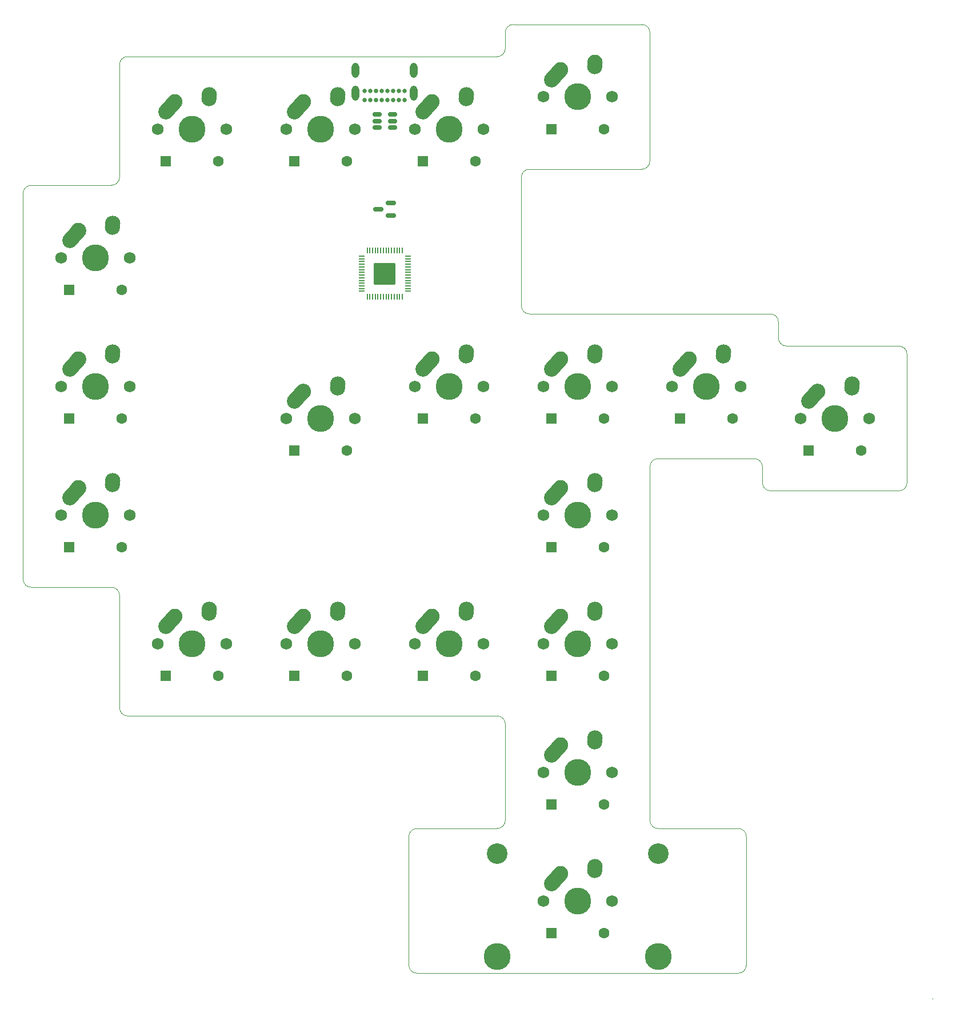
<source format=gbr>
G04 #@! TF.GenerationSoftware,KiCad,Pcbnew,(6.0.1)*
G04 #@! TF.CreationDate,2022-02-27T23:30:46-05:00*
G04 #@! TF.ProjectId,keyboard,6b657962-6f61-4726-942e-6b696361645f,rev?*
G04 #@! TF.SameCoordinates,Original*
G04 #@! TF.FileFunction,Soldermask,Bot*
G04 #@! TF.FilePolarity,Negative*
%FSLAX46Y46*%
G04 Gerber Fmt 4.6, Leading zero omitted, Abs format (unit mm)*
G04 Created by KiCad (PCBNEW (6.0.1)) date 2022-02-27 23:30:46*
%MOMM*%
%LPD*%
G01*
G04 APERTURE LIST*
G04 Aperture macros list*
%AMRoundRect*
0 Rectangle with rounded corners*
0 $1 Rounding radius*
0 $2 $3 $4 $5 $6 $7 $8 $9 X,Y pos of 4 corners*
0 Add a 4 corners polygon primitive as box body*
4,1,4,$2,$3,$4,$5,$6,$7,$8,$9,$2,$3,0*
0 Add four circle primitives for the rounded corners*
1,1,$1+$1,$2,$3*
1,1,$1+$1,$4,$5*
1,1,$1+$1,$6,$7*
1,1,$1+$1,$8,$9*
0 Add four rect primitives between the rounded corners*
20,1,$1+$1,$2,$3,$4,$5,0*
20,1,$1+$1,$4,$5,$6,$7,0*
20,1,$1+$1,$6,$7,$8,$9,0*
20,1,$1+$1,$8,$9,$2,$3,0*%
%AMHorizOval*
0 Thick line with rounded ends*
0 $1 width*
0 $2 $3 position (X,Y) of the first rounded end (center of the circle)*
0 $4 $5 position (X,Y) of the second rounded end (center of the circle)*
0 Add line between two ends*
20,1,$1,$2,$3,$4,$5,0*
0 Add two circle primitives to create the rounded ends*
1,1,$1,$2,$3*
1,1,$1,$4,$5*%
G04 Aperture macros list end*
G04 #@! TA.AperFunction,Profile*
%ADD10C,0.100000*%
G04 #@! TD*
G04 #@! TA.AperFunction,Profile*
%ADD11C,0.200000*%
G04 #@! TD*
%ADD12R,1.600000X1.600000*%
%ADD13C,1.600000*%
%ADD14C,1.750000*%
%ADD15C,3.987800*%
%ADD16HorizOval,2.250000X0.655001X0.730000X-0.655001X-0.730000X0*%
%ADD17C,2.250000*%
%ADD18HorizOval,2.250000X0.020000X0.290000X-0.020000X-0.290000X0*%
%ADD19C,3.048000*%
%ADD20C,0.650000*%
%ADD21O,1.108000X2.216000*%
%ADD22RoundRect,0.050000X0.387500X0.050000X-0.387500X0.050000X-0.387500X-0.050000X0.387500X-0.050000X0*%
%ADD23RoundRect,0.050000X0.050000X0.387500X-0.050000X0.387500X-0.050000X-0.387500X0.050000X-0.387500X0*%
%ADD24RoundRect,0.144000X1.456000X1.456000X-1.456000X1.456000X-1.456000X-1.456000X1.456000X-1.456000X0*%
%ADD25RoundRect,0.150000X0.587500X0.150000X-0.587500X0.150000X-0.587500X-0.150000X0.587500X-0.150000X0*%
%ADD26RoundRect,0.150000X0.512500X0.150000X-0.512500X0.150000X-0.512500X-0.150000X0.512500X-0.150000X0*%
G04 APERTURE END LIST*
D10*
X303609375Y-130968750D02*
X303609375Y-116681250D01*
X316706250Y-234553125D02*
X304800000Y-234553125D01*
X316706250Y-255984375D02*
G75*
G03*
X317896875Y-254793750I0J1190625D01*
G01*
X320278125Y-180975000D02*
X320278125Y-183356250D01*
X322659375Y-161925000D02*
G75*
G03*
X323850000Y-163115625I1190625J0D01*
G01*
X211931250Y-139303125D02*
G75*
G03*
X210740625Y-140493750I0J-1190625D01*
G01*
X284559375Y-157162500D02*
G75*
G03*
X285750000Y-158353125I1190625J0D01*
G01*
X303609375Y-233362500D02*
X303609375Y-180975000D01*
X242887500Y-120253125D02*
X280987500Y-120253125D01*
X280987500Y-120253125D02*
G75*
G03*
X282178125Y-119062500I0J1190625D01*
G01*
X304800000Y-179784375D02*
X319087500Y-179784375D01*
X282178125Y-219075000D02*
X282178125Y-233362500D01*
X317896875Y-254793750D02*
X317896875Y-235743750D01*
X226218750Y-217884375D02*
X280987500Y-217884375D01*
X341709375Y-183356250D02*
X341709375Y-178593750D01*
X303609375Y-233362500D02*
G75*
G03*
X304800000Y-234553125I1190625J0D01*
G01*
X284559375Y-141684375D02*
X284559375Y-138112500D01*
X225028125Y-200025000D02*
G75*
G03*
X223837500Y-198834375I-1190625J0D01*
G01*
X226218750Y-120253125D02*
X242887500Y-120253125D01*
X211931250Y-198834375D02*
X223837500Y-198834375D01*
X317896875Y-235743750D02*
G75*
G03*
X316706250Y-234553125I-1190625J0D01*
G01*
X210740625Y-197643750D02*
G75*
G03*
X211931250Y-198834375I1190625J0D01*
G01*
X225028125Y-216693750D02*
G75*
G03*
X226218750Y-217884375I1190625J0D01*
G01*
X302418750Y-136921875D02*
G75*
G03*
X303609375Y-135731250I0J1190625D01*
G01*
X304800000Y-179784375D02*
G75*
G03*
X303609375Y-180975000I0J-1190625D01*
G01*
X282178125Y-219075000D02*
G75*
G03*
X280987500Y-217884375I-1190625J0D01*
G01*
X280987500Y-234553125D02*
X269081250Y-234553125D01*
X225028125Y-121443750D02*
X225028125Y-138112500D01*
X285750000Y-136921875D02*
X302418750Y-136921875D01*
X341709375Y-164306250D02*
G75*
G03*
X340518750Y-163115625I-1190625J0D01*
G01*
X223837500Y-139303125D02*
G75*
G03*
X225028125Y-138112500I0J1190625D01*
G01*
X320278125Y-183356250D02*
G75*
G03*
X321468750Y-184546875I1190625J0D01*
G01*
X280987500Y-234553125D02*
G75*
G03*
X282178125Y-233362500I0J1190625D01*
G01*
X282178125Y-119062500D02*
X282178125Y-116681250D01*
X321468750Y-184546875D02*
X340518750Y-184546875D01*
X341709375Y-178593750D02*
X341709375Y-164306250D01*
X284559375Y-141684375D02*
X284559375Y-157162500D01*
D11*
X345518751Y-259793750D02*
G75*
G03*
X345518751Y-259793750I-1J0D01*
G01*
D10*
X269081250Y-255984375D02*
X316706250Y-255984375D01*
X322659375Y-161925000D02*
X322659375Y-159543750D01*
X267890625Y-254793750D02*
G75*
G03*
X269081250Y-255984375I1190625J0D01*
G01*
X226218750Y-120253125D02*
G75*
G03*
X225028125Y-121443750I0J-1190625D01*
G01*
X223837500Y-139303125D02*
X211931250Y-139303125D01*
X340518750Y-163115625D02*
X323850000Y-163115625D01*
X267890625Y-235743750D02*
X267890625Y-254793750D01*
X285750000Y-136921875D02*
G75*
G03*
X284559375Y-138112500I0J-1190625D01*
G01*
X303609375Y-135731250D02*
X303609375Y-130968750D01*
X225028125Y-200025000D02*
X225028125Y-216693750D01*
X303609375Y-116681250D02*
G75*
G03*
X302418750Y-115490625I-1190625J0D01*
G01*
X269081250Y-234553125D02*
G75*
G03*
X267890625Y-235743750I0J-1190625D01*
G01*
X340518750Y-184546875D02*
G75*
G03*
X341709375Y-183356250I0J1190625D01*
G01*
X283368750Y-115490625D02*
G75*
G03*
X282178125Y-116681250I0J-1190625D01*
G01*
X322659375Y-159543750D02*
G75*
G03*
X321468750Y-158353125I-1190625J0D01*
G01*
X320278125Y-180975000D02*
G75*
G03*
X319087500Y-179784375I-1190625J0D01*
G01*
X285750000Y-158353125D02*
X321468750Y-158353125D01*
X210740625Y-140493750D02*
X210740625Y-197643750D01*
X283368750Y-115490625D02*
X302418750Y-115490625D01*
D12*
X231843750Y-135731250D03*
D13*
X239643750Y-135731250D03*
D12*
X217556250Y-192881250D03*
D13*
X225356250Y-192881250D03*
D12*
X288993750Y-173831250D03*
D13*
X296793750Y-173831250D03*
D14*
X226536250Y-169068750D03*
X216376250Y-169068750D03*
D15*
X221456250Y-169068750D03*
D16*
X218301251Y-165798750D03*
D17*
X218956250Y-165068750D03*
D18*
X223976250Y-164278750D03*
D17*
X223996250Y-163988750D03*
D12*
X269943750Y-135731250D03*
D13*
X277743750Y-135731250D03*
D12*
X250893750Y-211931250D03*
D13*
X258693750Y-211931250D03*
D14*
X297973750Y-207168750D03*
X287813750Y-207168750D03*
D15*
X292893750Y-207168750D03*
D16*
X289738751Y-203898750D03*
D17*
X290393750Y-203168750D03*
D18*
X295413750Y-202378750D03*
D17*
X295433750Y-202088750D03*
D15*
X221456250Y-188118750D03*
D14*
X216376250Y-188118750D03*
X226536250Y-188118750D03*
D16*
X218301251Y-184848750D03*
D17*
X218956250Y-184118750D03*
X223996250Y-183038750D03*
D18*
X223976250Y-183328750D03*
D12*
X288993750Y-130968750D03*
D13*
X296793750Y-130968750D03*
D14*
X230663750Y-207168750D03*
D15*
X235743750Y-207168750D03*
D14*
X240823750Y-207168750D03*
D16*
X232588751Y-203898750D03*
D17*
X233243750Y-203168750D03*
X238283750Y-202088750D03*
D18*
X238263750Y-202378750D03*
D12*
X269943750Y-211931250D03*
D13*
X277743750Y-211931250D03*
D14*
X259873750Y-130968750D03*
D15*
X254793750Y-130968750D03*
D14*
X249713750Y-130968750D03*
D17*
X252293750Y-126968750D03*
D16*
X251638751Y-127698750D03*
D17*
X257333750Y-125888750D03*
D18*
X257313750Y-126178750D03*
D12*
X217556250Y-154781250D03*
D13*
X225356250Y-154781250D03*
D12*
X288993750Y-250031250D03*
D13*
X296793750Y-250031250D03*
D14*
X297973750Y-126206250D03*
X287813750Y-126206250D03*
D15*
X292893750Y-126206250D03*
D17*
X290393750Y-122206250D03*
D16*
X289738751Y-122936250D03*
D18*
X295413750Y-121416250D03*
D17*
X295433750Y-121126250D03*
D12*
X288993750Y-211931250D03*
D13*
X296793750Y-211931250D03*
D14*
X287813750Y-245268750D03*
D19*
X280955750Y-238283750D03*
D15*
X292893750Y-245268750D03*
D14*
X297973750Y-245268750D03*
D19*
X304831750Y-238283750D03*
D15*
X280955750Y-253523750D03*
X304831750Y-253523750D03*
D16*
X289738751Y-241998750D03*
D17*
X290393750Y-241268750D03*
X295433750Y-240188750D03*
D18*
X295413750Y-240478750D03*
D12*
X250893750Y-135731250D03*
D13*
X258693750Y-135731250D03*
D15*
X292893750Y-188118750D03*
D14*
X297973750Y-188118750D03*
X287813750Y-188118750D03*
D17*
X290393750Y-184118750D03*
D16*
X289738751Y-184848750D03*
D17*
X295433750Y-183038750D03*
D18*
X295413750Y-183328750D03*
D12*
X327093750Y-178593750D03*
D13*
X334893750Y-178593750D03*
D14*
X306863750Y-169068750D03*
X317023750Y-169068750D03*
D15*
X311943750Y-169068750D03*
D16*
X308788751Y-165798750D03*
D17*
X309443750Y-165068750D03*
D18*
X314463750Y-164278750D03*
D17*
X314483750Y-163988750D03*
D15*
X273843750Y-207168750D03*
D14*
X278923750Y-207168750D03*
X268763750Y-207168750D03*
D17*
X271343750Y-203168750D03*
D16*
X270688751Y-203898750D03*
D18*
X276363750Y-202378750D03*
D17*
X276383750Y-202088750D03*
D20*
X267293750Y-126659375D03*
X266443750Y-126659375D03*
X265593750Y-126659375D03*
X264743750Y-126659375D03*
X263893750Y-126659375D03*
X263043750Y-126659375D03*
X262193750Y-126659375D03*
X261343750Y-126659375D03*
X261343750Y-125309375D03*
X262193750Y-125309375D03*
X263043750Y-125309375D03*
X263893750Y-125309375D03*
X264743750Y-125309375D03*
X265593750Y-125309375D03*
X266443750Y-125309375D03*
X267293750Y-125309375D03*
D21*
X268643750Y-125679375D03*
X259993750Y-125679375D03*
X259993750Y-122299375D03*
X268643750Y-122299375D03*
D12*
X269943750Y-173831250D03*
D13*
X277743750Y-173831250D03*
D12*
X308043750Y-173831250D03*
D13*
X315843750Y-173831250D03*
D14*
X259873750Y-173831250D03*
D15*
X254793750Y-173831250D03*
D14*
X249713750Y-173831250D03*
D17*
X252293750Y-169831250D03*
D16*
X251638751Y-170561250D03*
D17*
X257333750Y-168751250D03*
D18*
X257313750Y-169041250D03*
D12*
X231843750Y-211931250D03*
D13*
X239643750Y-211931250D03*
D14*
X259873750Y-207168750D03*
D15*
X254793750Y-207168750D03*
D14*
X249713750Y-207168750D03*
D17*
X252293750Y-203168750D03*
D16*
X251638751Y-203898750D03*
D17*
X257333750Y-202088750D03*
D18*
X257313750Y-202378750D03*
D15*
X273843750Y-169068750D03*
D14*
X278923750Y-169068750D03*
X268763750Y-169068750D03*
D17*
X271343750Y-165068750D03*
D16*
X270688751Y-165798750D03*
D18*
X276363750Y-164278750D03*
D17*
X276383750Y-163988750D03*
D15*
X292893750Y-226218750D03*
D14*
X287813750Y-226218750D03*
X297973750Y-226218750D03*
D16*
X289738751Y-222948750D03*
D17*
X290393750Y-222218750D03*
X295433750Y-221138750D03*
D18*
X295413750Y-221428750D03*
D12*
X288993750Y-192881250D03*
D13*
X296793750Y-192881250D03*
D12*
X250893750Y-178593750D03*
D13*
X258693750Y-178593750D03*
D14*
X278923750Y-130968750D03*
X268763750Y-130968750D03*
D15*
X273843750Y-130968750D03*
D16*
X270688751Y-127698750D03*
D17*
X271343750Y-126968750D03*
D18*
X276363750Y-126178750D03*
D17*
X276383750Y-125888750D03*
D12*
X217556250Y-173831250D03*
D13*
X225356250Y-173831250D03*
D14*
X240823750Y-130968750D03*
X230663750Y-130968750D03*
D15*
X235743750Y-130968750D03*
D16*
X232588751Y-127698750D03*
D17*
X233243750Y-126968750D03*
X238283750Y-125888750D03*
D18*
X238263750Y-126178750D03*
D15*
X330993750Y-173831250D03*
D14*
X336073750Y-173831250D03*
X325913750Y-173831250D03*
D17*
X328493750Y-169831250D03*
D16*
X327838751Y-170561250D03*
D17*
X333533750Y-168751250D03*
D18*
X333513750Y-169041250D03*
D15*
X292893750Y-169068750D03*
D14*
X297973750Y-169068750D03*
X287813750Y-169068750D03*
D17*
X290393750Y-165068750D03*
D16*
X289738751Y-165798750D03*
D17*
X295433750Y-163988750D03*
D18*
X295413750Y-164278750D03*
D15*
X221456250Y-150018750D03*
D14*
X226536250Y-150018750D03*
X216376250Y-150018750D03*
D16*
X218301251Y-146748750D03*
D17*
X218956250Y-146018750D03*
X223996250Y-144938750D03*
D18*
X223976250Y-145228750D03*
D12*
X288993750Y-230981250D03*
D13*
X296793750Y-230981250D03*
D22*
X267756250Y-149800000D03*
X267756250Y-150200000D03*
X267756250Y-150600000D03*
X267756250Y-151000000D03*
X267756250Y-151400000D03*
X267756250Y-151800000D03*
X267756250Y-152200000D03*
X267756250Y-152600000D03*
X267756250Y-153000000D03*
X267756250Y-153400000D03*
X267756250Y-153800000D03*
X267756250Y-154200000D03*
X267756250Y-154600000D03*
X267756250Y-155000000D03*
D23*
X266918750Y-155837500D03*
X266518750Y-155837500D03*
X266118750Y-155837500D03*
X265718750Y-155837500D03*
X265318750Y-155837500D03*
X264918750Y-155837500D03*
X264518750Y-155837500D03*
X264118750Y-155837500D03*
X263718750Y-155837500D03*
X263318750Y-155837500D03*
X262918750Y-155837500D03*
X262518750Y-155837500D03*
X262118750Y-155837500D03*
X261718750Y-155837500D03*
D22*
X260881250Y-155000000D03*
X260881250Y-154600000D03*
X260881250Y-154200000D03*
X260881250Y-153800000D03*
X260881250Y-153400000D03*
X260881250Y-153000000D03*
X260881250Y-152600000D03*
X260881250Y-152200000D03*
X260881250Y-151800000D03*
X260881250Y-151400000D03*
X260881250Y-151000000D03*
X260881250Y-150600000D03*
X260881250Y-150200000D03*
X260881250Y-149800000D03*
D23*
X261718750Y-148962500D03*
X262118750Y-148962500D03*
X262518750Y-148962500D03*
X262918750Y-148962500D03*
X263318750Y-148962500D03*
X263718750Y-148962500D03*
X264118750Y-148962500D03*
X264518750Y-148962500D03*
X264918750Y-148962500D03*
X265318750Y-148962500D03*
X265718750Y-148962500D03*
X266118750Y-148962500D03*
X266518750Y-148962500D03*
X266918750Y-148962500D03*
D24*
X264318750Y-152400000D03*
D25*
X265256250Y-141925000D03*
X265256250Y-143825000D03*
X263381250Y-142875000D03*
D26*
X265456250Y-128828125D03*
X265456250Y-129778125D03*
X265456250Y-130728125D03*
X263181250Y-130728125D03*
X263181250Y-129778125D03*
X263181250Y-128828125D03*
M02*

</source>
